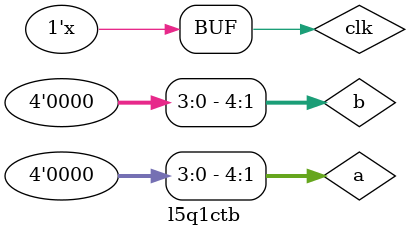
<source format=v>
`timescale 1ns / 1ps


module l5q1ctb;

	// Inputs
	reg clk;
	reg c_in;
	reg [4:0] a;
	reg [4:0] b;

	// Outputs
	wire c_out;
	wire [4:0] s;

	// Instantiate the Unit Under Test (UUT)
	l5q1c uut1 (
		.clk(clk), 
		.c_in(c_in), 
		.c_out(c_out), 
		.a(a), 
		.b(b), 
		.s(s)
	);
always 
begin
#5 clk=~clk;
end
	initial 
	begin
		// Initialize Inputs
		clk = 0;
		c_in = 0;
		a = 0;
		b = 0;

		// Wait 100 ns for global reset to finish
		#100;
		a=1;
		b=1;
		c_in=1;
		#10
		repeat(20)
		begin
		a=$random;
		b=$random;
		c_in=$random;
		#10;
		end
		
        
		// Add stimulus here

	end
      
endmodule


</source>
